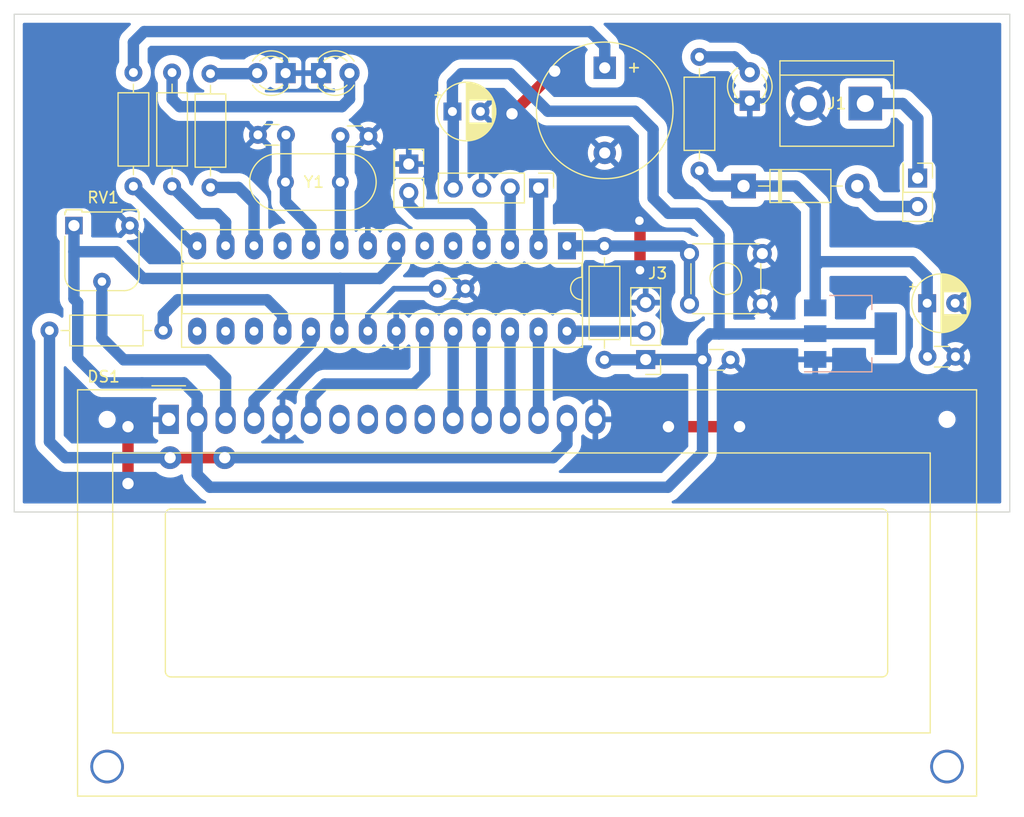
<source format=kicad_pcb>
(kicad_pcb (version 20240108) (generator "pcbnew") (generator_version "8.0")
  (title_block (title "Automatic alcohol using MQ-3") (company "DIT"))
  (layers (0 "F.Cu" signal) (31 "B.Cu" signal) (34 "B.Paste" user) (35 "F.Paste" user) (36 "B.SilkS" user "B.Silkscreen") (37 "F.SilkS" user "F.Silkscreen") (38 "B.Mask" user) (39 "F.Mask" user) (44 "Edge.Cuts" user))
  (net 0 "")
  (net 1 "Net-(BZ1-Pad1)")
  (net 2 "GND")
  (net 3 "Net-(C1-Pad1)")
  (net 4 "Net-(C2-Pad1)")
  (net 5 "Net-(C4-Pad1)")
  (net 6 "Net-(C5-Pad1)")
  (net 7 "+5V")
  (net 8 "Net-(D1-Pad2)")
  (net 9 "Net-(D2-Pad2)")
  (net 10 "Net-(D3-Pad2)")
  (net 11 "Net-(D4-Pad2)")
  (net 12 "Net-(DS1-Pad3)")
  (net 13 "/set{slash}reset")
  (net 14 "/enable")
  (net 19 "/data4")
  (net 20 "/data5")
  (net 21 "/data6")
  (net 22 "/data7")
  (net 23 "Net-(DS1-Pad15)")
  (net 24 "Net-(J1-Pad1)")
  (net 25 "Net-(J2-Pad1)")
  (net 26 "Net-(J2-Pad2)")
  (net 27 "/sensor_pin")
  (net 28 "Net-(R2-Pad1)")
  (net 29 "Net-(R3-Pad1)")
  (net 30 "Net-(R4-Pad1)")
  (net 31 "Net-(R5-Pad1)")
  (net 32 "/backlight")
  (net 33 "Net-(SW2-Pad2)")
  (footprint "LED_THT:LED_D3.0mm_Clear" (layer "F.Cu") (at 134.0816 59.8678)
    (property "Reference" "D4" (hide yes))
    (property "Value" "Red")
    (pad "1" thru_hole rect (at 0 0) (size 1.8 1.8) (drill 0.9) (layers "*.Cu" "*.Mask") (net 2 "GND"))
    (pad "2" thru_hole circle (at 2.54 0) (size 1.8 1.8) (drill 0.9) (layers "*.Cu" "*.Mask") (net 11 "Net-(D4-Pad2)"))
  )
  (footprint "Connector_PinHeader_2.54mm:PinHeader_1x03_P2.54mm_Vertical" (layer "F.Cu") (at 163.068 85.4456 180)
    (property "Reference" "J3" (at -1.0668 7.6962 0) (layer "F.SilkS"))
    (property "Value" "sensor")
    (pad "1" thru_hole rect (at 0 0 180) (size 1.7 1.7) (drill 1) (layers "*.Cu" "*.Mask") (net 7 "+5V"))
    (pad "2" thru_hole oval (at 0 2.54 180) (size 1.7 1.7) (drill 1) (layers "*.Cu" "*.Mask") (net 27 "/sensor_pin"))
    (pad "3" thru_hole oval (at 0 5.08 180) (size 1.7 1.7) (drill 1) (layers "*.Cu" "*.Mask") (net 2 "GND"))
  )
  (footprint "Connector_PinHeader_2.54mm:PinHeader_2x01_P2.54mm_Vertical" (layer "F.Cu") (at 187.3504 69.2404 -90)
    (property "Reference" "SW1" (hide yes))
    (property "Value" "SW_SPST" (hide yes))
    (pad "1" thru_hole rect (at 0 0 270) (size 1.7 1.7) (drill 1) (layers "*.Cu" "*.Mask") (net 24 "Net-(J1-Pad1)"))
    (pad "2" thru_hole oval (at 2.54 0 270) (size 1.7 1.7) (drill 1) (layers "*.Cu" "*.Mask") (net 8 "Net-(D1-Pad2)"))
  )
  (footprint "Capacitor_THT:C_Disc_D3.0mm_W1.6mm_P2.50mm" (layer "F.Cu") (at 130.9424 65.3796 180)
    (property "Reference" "C4" (hide yes))
    (property "Value" "22pF")
    (pad "1" thru_hole circle (at 0 0 180) (size 1.6 1.6) (drill 0.8) (layers "*.Cu" "*.Mask") (net 5 "Net-(C4-Pad1)"))
    (pad "2" thru_hole circle (at 2.5 0 180) (size 1.6 1.6) (drill 0.8) (layers "*.Cu" "*.Mask") (net 2 "GND"))
  )
  (footprint "Buzzer_Beeper:Buzzer_12x9.5RM7.6" (layer "F.Cu") (at 159.4104 59.3952 -90)
    (property "Reference" "BZ1" (hide yes))
    (property "Value" "Buzzer")
    (fp_text user "+" (at -0.01 -2.54 90) (layer "F.SilkS"))
    (pad "1" thru_hole rect (at 0 0 270) (size 2 2) (drill 1) (layers "*.Cu" "*.Mask") (net 1 "Net-(BZ1-Pad1)"))
    (pad "2" thru_hole circle (at 7.6 0 270) (size 2 2) (drill 1) (layers "*.Cu" "*.Mask") (net 2 "GND"))
  )
  (footprint "Capacitor_THT:C_Disc_D3.0mm_W1.6mm_P2.50mm" (layer "F.Cu") (at 168.1426 85.471)
    (property "Reference" "C7" (hide yes))
    (property "Value" "100nF")
    (pad "1" thru_hole circle (at 0 0) (size 1.6 1.6) (drill 0.8) (layers "*.Cu" "*.Mask") (net 7 "+5V"))
    (pad "2" thru_hole circle (at 2.5 0) (size 1.6 1.6) (drill 0.8) (layers "*.Cu" "*.Mask") (net 2 "GND"))
  )
  (footprint "Resistor_THT:R_Axial_DIN0207_L6.3mm_D2.5mm_P10.16mm_Horizontal" (layer "F.Cu") (at 117.3226 69.977 90)
    (property "Reference" "R3" (hide yes))
    (property "Value" "100")
    (pad "1" thru_hole circle (at 0 0 90) (size 1.6 1.6) (drill 0.8) (layers "*.Cu" "*.Mask") (net 29 "Net-(R3-Pad1)"))
    (pad "2" thru_hole oval (at 10.16 0 90) (size 1.6 1.6) (drill 0.8) (layers "*.Cu" "*.Mask") (net 1 "Net-(BZ1-Pad1)"))
  )
  (footprint "Capacitor_THT:CP_Radial_D5.0mm_P2.50mm" (layer "F.Cu") (at 188.202688 80.4164)
    (property "Reference" "C2" (hide yes))
    (property "Value" "100uF")
    (pad "1" thru_hole rect (at 0 0) (size 1.6 1.6) (drill 0.8) (layers "*.Cu" "*.Mask") (net 4 "Net-(C2-Pad1)"))
    (pad "2" thru_hole circle (at 2.5 0) (size 1.6 1.6) (drill 0.8) (layers "*.Cu" "*.Mask") (net 2 "GND"))
  )
  (footprint "Connector_PinHeader_2.54mm:PinHeader_2x01_P2.54mm_Vertical" (layer "F.Cu") (at 141.9098 67.9908 -90)
    (property "Reference" "SW2" (hide yes))
    (property "Value" "SW_Push")
    (pad "1" thru_hole rect (at 0 0 270) (size 1.7 1.7) (drill 1) (layers "*.Cu" "*.Mask") (net 2 "GND"))
    (pad "2" thru_hole oval (at 2.54 0 270) (size 1.7 1.7) (drill 1) (layers "*.Cu" "*.Mask") (net 33 "Net-(SW2-Pad2)"))
  )
  (footprint "Resistor_THT:R_Axial_DIN0207_L6.3mm_D2.5mm_P10.16mm_Horizontal" (layer "F.Cu") (at 167.8686 68.58 90)
    (property "Reference" "R1" (hide yes))
    (property "Value" "2k")
    (pad "1" thru_hole circle (at 0 0 90) (size 1.6 1.6) (drill 0.8) (layers "*.Cu" "*.Mask") (net 4 "Net-(C2-Pad1)"))
    (pad "2" thru_hole oval (at 10.16 0 90) (size 1.6 1.6) (drill 0.8) (layers "*.Cu" "*.Mask") (net 9 "Net-(D2-Pad2)"))
  )
  (footprint "LED_THT:LED_D3.0mm_Clear" (layer "F.Cu") (at 172.3644 62.3316 90)
    (property "Reference" "D2" (hide yes))
    (property "Value" "LED_Small")
    (pad "1" thru_hole rect (at 0 0 90) (size 1.8 1.8) (drill 0.9) (layers "*.Cu" "*.Mask") (net 2 "GND"))
    (pad "2" thru_hole circle (at 2.54 0 90) (size 1.8 1.8) (drill 0.9) (layers "*.Cu" "*.Mask") (net 9 "Net-(D2-Pad2)"))
  )
  (footprint "Diode_THT:D_DO-41_SOD81_P10.16mm_Horizontal" (layer "F.Cu") (at 171.8056 69.9516)
    (property "Reference" "D1" (hide yes))
    (property "Value" "1N4001")
    (pad "1" thru_hole rect (at 0 0) (size 2.2 2.2) (drill 1.1) (layers "*.Cu" "*.Mask") (net 4 "Net-(C2-Pad1)"))
    (pad "2" thru_hole oval (at 10.16 0) (size 2.2 2.2) (drill 1.1) (layers "*.Cu" "*.Mask") (net 8 "Net-(D1-Pad2)"))
  )
  (footprint "Resistor_THT:R_Axial_DIN0207_L6.3mm_D2.5mm_P10.16mm_Horizontal" (layer "F.Cu") (at 109.8296 82.8548)
    (property "Reference" "R6" (hide yes))
    (property "Value" "220")
    (pad "1" thru_hole circle (at 0 0) (size 1.6 1.6) (drill 0.8) (layers "*.Cu" "*.Mask") (net 23 "Net-(DS1-Pad15)"))
    (pad "2" thru_hole oval (at 10.16 0) (size 1.6 1.6) (drill 0.8) (layers "*.Cu" "*.Mask") (net 32 "/backlight"))
  )
  (footprint "Capacitor_THT:C_Disc_D3.0mm_W1.6mm_P2.50mm" (layer "F.Cu") (at 144.4698 79.121)
    (property "Reference" "C1" (hide yes))
    (property "Value" "100nF")
    (pad "1" thru_hole circle (at 0 0) (size 1.6 1.6) (drill 0.8) (layers "*.Cu" "*.Mask") (net 3 "Net-(C1-Pad1)"))
    (pad "2" thru_hole circle (at 2.5 0) (size 1.6 1.6) (drill 0.8) (layers "*.Cu" "*.Mask") (net 2 "GND"))
  )
  (footprint "Capacitor_THT:C_Disc_D3.0mm_W1.6mm_P2.50mm" (layer "F.Cu") (at 135.8084 65.5066)
    (property "Reference" "C5" (hide yes))
    (property "Value" "22pF")
    (pad "1" thru_hole circle (at 0 0) (size 1.6 1.6) (drill 0.8) (layers "*.Cu" "*.Mask") (net 6 "Net-(C5-Pad1)"))
    (pad "2" thru_hole circle (at 2.5 0) (size 1.6 1.6) (drill 0.8) (layers "*.Cu" "*.Mask") (net 2 "GND"))
  )
  (footprint "Display:WC1602A" (layer "F.Cu") (at 120.4762 90.7891)
    (property "Reference" "DS1" (at -5.82 -3.81 0) (layer "F.SilkS"))
    (property "Value" "WC1602A")
    (pad "" thru_hole circle (at -5.499112 0) (size 0.001 0.001) (drill 0.000001) (layers "*.Cu" "*.Mask"))
    (pad "" thru_hole circle (at -5.4991 31.0007) (size 3 3) (drill 2.5) (layers "*.Cu" "*.Mask"))
    (pad "" thru_hole circle (at 69.49948 31.0007) (size 3 3) (drill 2.5) (layers "*.Cu" "*.Mask"))
    (pad "" thru_hole circle (at 69.500001 0) (size 0.001 0.001) (drill 0.000001) (layers "*.Cu" "*.Mask"))
    (pad "1" thru_hole rect (at 0 0) (size 1.8 2.6) (drill 1.2) (layers "*.Cu" "*.Mask") (net 2 "GND"))
    (pad "2" thru_hole oval (at 2.54 0) (size 1.8 2.6) (drill 1.2) (layers "*.Cu" "*.Mask") (net 7 "+5V"))
    (pad "3" thru_hole oval (at 5.08 0) (size 1.8 2.6) (drill 1.2) (layers "*.Cu" "*.Mask") (net 12 "Net-(DS1-Pad3)"))
    (pad "4" thru_hole oval (at 7.62 0) (size 1.8 2.6) (drill 1.2) (layers "*.Cu" "*.Mask") (net 13 "/set{slash}reset"))
    (pad "5" thru_hole oval (at 10.16 0) (size 1.8 2.6) (drill 1.2) (layers "*.Cu" "*.Mask") (net 2 "GND"))
    (pad "6" thru_hole oval (at 12.7 0) (size 1.8 2.6) (drill 1.2) (layers "*.Cu" "*.Mask") (net 14 "/enable"))
    (pad "7" thru_hole oval (at 15.24 0) (size 1.8 2.6) (drill 1.2) (layers "*.Cu" "*.Mask"))
    (pad "8" thru_hole oval (at 17.78 0) (size 1.8 2.6) (drill 1.2) (layers "*.Cu" "*.Mask"))
    (pad "9" thru_hole oval (at 20.32 0) (size 1.8 2.6) (drill 1.2) (layers "*.Cu" "*.Mask"))
    (pad "10" thru_hole oval (at 22.86 0) (size 1.8 2.6) (drill 1.2) (layers "*.Cu" "*.Mask"))
    (pad "11" thru_hole oval (at 25.4 0) (size 1.8 2.6) (drill 1.2) (layers "*.Cu" "*.Mask") (net 19 "/data4"))
    (pad "12" thru_hole oval (at 27.94 0) (size 1.8 2.6) (drill 1.2) (layers "*.Cu" "*.Mask") (net 20 "/data5"))
    (pad "13" thru_hole oval (at 30.48 0) (size 1.8 2.6) (drill 1.2) (layers "*.Cu" "*.Mask") (net 21 "/data6"))
    (pad "14" thru_hole oval (at 33.02 0) (size 1.8 2.6) (drill 1.2) (layers "*.Cu" "*.Mask") (net 22 "/data7"))
    (pad "15" thru_hole oval (at 35.56 0) (size 1.8 2.6) (drill 1.2) (layers "*.Cu" "*.Mask") (net 23 "Net-(DS1-Pad15)"))
    (pad "16" thru_hole oval (at 38.1 0) (size 1.8 2.6) (drill 1.2) (layers "*.Cu" "*.Mask") (net 2 "GND"))
  )
  (footprint "Connector_PinHeader_2.54mm:PinHeader_1x04_P2.54mm_Vertical" (layer "F.Cu") (at 153.5076 70.1294 -90)
    (property "Reference" "J2" (hide yes))
    (property "Value" "Program")
    (pad "1" thru_hole rect (at 0 0 270) (size 1.7 1.7) (drill 1) (layers "*.Cu" "*.Mask") (net 25 "Net-(J2-Pad1)"))
    (pad "2" thru_hole oval (at 0 2.54 270) (size 1.7 1.7) (drill 1) (layers "*.Cu" "*.Mask") (net 26 "Net-(J2-Pad2)"))
    (pad "3" thru_hole oval (at 0 5.08 270) (size 1.7 1.7) (drill 1) (layers "*.Cu" "*.Mask") (net 2 "GND"))
    (pad "4" thru_hole oval (at 0 7.62 270) (size 1.7 1.7) (drill 1) (layers "*.Cu" "*.Mask") (net 7 "+5V"))
  )
  (footprint "Button_Switch_THT:SW_TH_Tactile_Omron_B3F-10xx" (layer "F.Cu") (at 166.9808 75.982)
    (property "Reference" "SW3" (hide yes))
    (property "Value" "SW_Push_Dual")
    (pad "1" thru_hole circle (at 0 0) (size 1.7 1.7) (drill 1) (layers "*.Cu" "*.Mask") (net 31 "Net-(R5-Pad1)"))
    (pad "2" thru_hole circle (at 6.5 0) (size 1.7 1.7) (drill 1) (layers "*.Cu" "*.Mask") (net 2 "GND"))
    (pad "3" thru_hole circle (at 0 4.5) (size 1.7 1.7) (drill 1) (layers "*.Cu" "*.Mask") (net 31 "Net-(R5-Pad1)"))
    (pad "4" thru_hole circle (at 6.5 4.5) (size 1.7 1.7) (drill 1) (layers "*.Cu" "*.Mask") (net 2 "GND"))
  )
  (footprint "TerminalBlock:TerminalBlock_bornier-2_P5.08mm" (layer "F.Cu") (at 182.6768 62.5856 180)
    (property "Reference" "J1" (at 2.54 0 0) (layer "F.SilkS"))
    (property "Value" "Screw_Terminal_01x02")
    (pad "1" thru_hole rect (at 0 0 180) (size 3 3) (drill 1.52) (layers "*.Cu" "*.Mask") (net 24 "Net-(J1-Pad1)"))
    (pad "2" thru_hole circle (at 5.08 0 180) (size 3 3) (drill 1.52) (layers "*.Cu" "*.Mask") (net 2 "GND"))
  )
  (footprint "Capacitor_THT:C_Disc_D3.0mm_W1.6mm_P2.50mm" (layer "F.Cu") (at 188.234 85.1916)
    (property "Reference" "C3" (hide yes))
    (property "Value" "100nF")
    (pad "1" thru_hole circle (at 0 0) (size 1.6 1.6) (drill 0.8) (layers "*.Cu" "*.Mask") (net 4 "Net-(C2-Pad1)"))
    (pad "2" thru_hole circle (at 2.5 0) (size 1.6 1.6) (drill 0.8) (layers "*.Cu" "*.Mask") (net 2 "GND"))
  )
  (footprint "Package_DIP:DIP-28_W7.62mm_Socket_LongPads" (layer "F.Cu") (at 156.035 75.29 -90)
    (property "Reference" "U1" (hide yes))
    (property "Value" "ATmega328P-P")
    (pad "1" thru_hole rect (at 0 0 270) (size 2.4 1.6) (drill 0.8) (layers "*.Cu" "*.Mask") (net 31 "Net-(R5-Pad1)"))
    (pad "2" thru_hole oval (at 0 2.54 270) (size 2.4 1.6) (drill 0.8) (layers "*.Cu" "*.Mask") (net 25 "Net-(J2-Pad1)"))
    (pad "3" thru_hole oval (at 0 5.08 270) (size 2.4 1.6) (drill 0.8) (layers "*.Cu" "*.Mask") (net 26 "Net-(J2-Pad2)"))
    (pad "4" thru_hole oval (at 0 7.62 270) (size 2.4 1.6) (drill 0.8) (layers "*.Cu" "*.Mask") (net 33 "Net-(SW2-Pad2)"))
    (pad "5" thru_hole oval (at 0 10.16 270) (size 2.4 1.6) (drill 0.8) (layers "*.Cu" "*.Mask"))
    (pad "6" thru_hole oval (at 0 12.7 270) (size 2.4 1.6) (drill 0.8) (layers "*.Cu" "*.Mask"))
    (pad "7" thru_hole oval (at 0 15.24 270) (size 2.4 1.6) (drill 0.8) (layers "*.Cu" "*.Mask") (net 7 "+5V"))
    (pad "8" thru_hole oval (at 0 17.78 270) (size 2.4 1.6) (drill 0.8) (layers "*.Cu" "*.Mask") (net 2 "GND"))
    (pad "9" thru_hole oval (at 0 20.32 270) (size 2.4 1.6) (drill 0.8) (layers "*.Cu" "*.Mask") (net 6 "Net-(C5-Pad1)"))
    (pad "10" thru_hole oval (at 0 22.86 270) (size 2.4 1.6) (drill 0.8) (layers "*.Cu" "*.Mask") (net 5 "Net-(C4-Pad1)"))
    (pad "11" thru_hole oval (at 0 25.4 270) (size 2.4 1.6) (drill 0.8) (layers "*.Cu" "*.Mask"))
    (pad "12" thru_hole oval (at 0 27.94 270) (size 2.4 1.6) (drill 0.8) (layers "*.Cu" "*.Mask") (net 30 "Net-(R4-Pad1)"))
    (pad "13" thru_hole oval (at 0 30.48 270) (size 2.4 1.6) (drill 0.8) (layers "*.Cu" "*.Mask") (net 28 "Net-(R2-Pad1)"))
    (pad "14" thru_hole oval (at 0 33.02 270) (size 2.4 1.6) (drill 0.8) (layers "*.Cu" "*.Mask") (net 29 "Net-(R3-Pad1)"))
    (pad "15" thru_hole oval (at 7.62 33.02 270) (size 2.4 1.6) (drill 0.8) (layers "*.Cu" "*.Mask"))
    (pad "16" thru_hole oval (at 7.62 30.48 270) (size 2.4 1.6) (drill 0.8) (layers "*.Cu" "*.Mask"))
    (pad "17" thru_hole oval (at 7.62 27.94 270) (size 2.4 1.6) (drill 0.8) (layers "*.Cu" "*.Mask"))
    (pad "18" thru_hole oval (at 7.62 25.4 270) (size 2.4 1.6) (drill 0.8) (layers "*.Cu" "*.Mask") (net 32 "/backlight"))
    (pad "19" thru_hole oval (at 7.62 22.86 270) (size 2.4 1.6) (drill 0.8) (layers "*.Cu" "*.Mask") (net 13 "/set{slash}reset"))
    (pad "20" thru_hole oval (at 7.62 20.32 270) (size 2.4 1.6) (drill 0.8) (layers "*.Cu" "*.Mask") (net 7 "+5V"))
    (pad "21" thru_hole oval (at 7.62 17.78 270) (size 2.4 1.6) (drill 0.8) (layers "*.Cu" "*.Mask") (net 3 "Net-(C1-Pad1)"))
    (pad "22" thru_hole oval (at 7.62 15.24 270) (size 2.4 1.6) (drill 0.8) (layers "*.Cu" "*.Mask") (net 2 "GND"))
    (pad "23" thru_hole oval (at 7.62 12.7 270) (size 2.4 1.6) (drill 0.8) (layers "*.Cu" "*.Mask") (net 14 "/enable"))
    (pad "24" thru_hole oval (at 7.62 10.16 270) (size 2.4 1.6) (drill 0.8) (layers "*.Cu" "*.Mask") (net 19 "/data4"))
    (pad "25" thru_hole oval (at 7.62 7.62 270) (size 2.4 1.6) (drill 0.8) (layers "*.Cu" "*.Mask") (net 20 "/data5"))
    (pad "26" thru_hole oval (at 7.62 5.08 270) (size 2.4 1.6) (drill 0.8) (layers "*.Cu" "*.Mask") (net 21 "/data6"))
    (pad "27" thru_hole oval (at 7.62 2.54 270) (size 2.4 1.6) (drill 0.8) (layers "*.Cu" "*.Mask") (net 22 "/data7"))
    (pad "28" thru_hole oval (at 7.62 0 270) (size 2.4 1.6) (drill 0.8) (layers "*.Cu" "*.Mask") (net 27 "/sensor_pin"))
  )
  (footprint "Resistor_THT:R_Axial_DIN0207_L6.3mm_D2.5mm_P10.16mm_Horizontal" (layer "F.Cu") (at 159.385 75.311 -90)
    (property "Reference" "R5" (hide yes))
    (property "Value" "10k")
    (pad "1" thru_hole circle (at 0 0 270) (size 1.6 1.6) (drill 0.8) (layers "*.Cu" "*.Mask") (net 31 "Net-(R5-Pad1)"))
    (pad "2" thru_hole oval (at 10.16 0 270) (size 1.6 1.6) (drill 0.8) (layers "*.Cu" "*.Mask") (net 7 "+5V"))
  )
  (footprint "Resistor_THT:R_Axial_DIN0207_L6.3mm_D2.5mm_P10.16mm_Horizontal" (layer "F.Cu") (at 124.206 70.0786 90)
    (property "Reference" "R4" (hide yes))
    (property "Value" "220")
    (pad "1" thru_hole circle (at 0 0 90) (size 1.6 1.6) (drill 0.8) (layers "*.Cu" "*.Mask") (net 30 "Net-(R4-Pad1)"))
    (pad "2" thru_hole oval (at 10.16 0 90) (size 1.6 1.6) (drill 0.8) (layers "*.Cu" "*.Mask") (net 10 "Net-(D3-Pad2)"))
  )
  (footprint "Crystal:Crystal_HC18-U_Vertical" (layer "F.Cu") (at 130.9 69.596)
    (property "Reference" "Y1" (at 2.54 0 0) (layer "F.SilkS"))
    (property "Value" "Crystal")
    (pad "1" thru_hole circle (at 0 0) (size 1.5 1.5) (drill 0.8) (layers "*.Cu" "*.Mask") (net 5 "Net-(C4-Pad1)"))
    (pad "2" thru_hole circle (at 4.9 0) (size 1.5 1.5) (drill 0.8) (layers "*.Cu" "*.Mask") (net 6 "Net-(C5-Pad1)"))
  )
  (footprint "Resistor_THT:R_Axial_DIN0207_L6.3mm_D2.5mm_P10.16mm_Horizontal" (layer "F.Cu") (at 120.777 69.977 90)
    (property "Reference" "R2" (hide yes))
    (property "Value" "220")
    (pad "1" thru_hole circle (at 0 0 90) (size 1.6 1.6) (drill 0.8) (layers "*.Cu" "*.Mask") (net 28 "Net-(R2-Pad1)"))
    (pad "2" thru_hole oval (at 10.16 0 90) (size 1.6 1.6) (drill 0.8) (layers "*.Cu" "*.Mask") (net 11 "Net-(D4-Pad2)"))
  )
  (footprint "Potentiometer_THT:Potentiometer_Runtron_RM-065_Vertical" (layer "F.Cu") (at 112.014 73.4822)
    (property "Reference" "RV1" (at 2.6 -2.5 0) (layer "F.SilkS"))
    (property "Value" "Contrast")
    (pad "1" thru_hole rect (at 0 0) (size 1.56 1.56) (drill 1) (layers "*.Cu" "*.Mask") (net 7 "+5V"))
    (pad "2" thru_hole circle (at 2.5 4.999989) (size 1.56 1.56) (drill 0.762) (layers "*.Cu" "*.Mask") (net 12 "Net-(DS1-Pad3)"))
    (pad "3" thru_hole circle (at 4.999995 -0.000001) (size 1.56 1.56) (drill 0.762) (layers "*.Cu" "*.Mask") (net 2 "GND"))
  )
  (footprint "Capacitor_THT:CP_Radial_D5.0mm_P2.50mm" (layer "F.Cu") (at 145.810088 63.2968)
    (property "Reference" "C6" (hide yes))
    (property "Value" "10uF")
    (pad "1" thru_hole rect (at 0 0) (size 1.6 1.6) (drill 0.8) (layers "*.Cu" "*.Mask") (net 7 "+5V"))
    (pad "2" thru_hole circle (at 2.5 0) (size 1.6 1.6) (drill 0.8) (layers "*.Cu" "*.Mask") (net 2 "GND"))
  )
  (footprint "LED_THT:LED_D3.0mm_Clear" (layer "F.Cu") (at 130.9116 59.8678 180)
    (property "Reference" "D3" (hide yes))
    (property "Value" "Green")
    (pad "1" thru_hole rect (at 0 0 180) (size 1.8 1.8) (drill 0.9) (layers "*.Cu" "*.Mask") (net 2 "GND"))
    (pad "2" thru_hole circle (at 2.54 0 180) (size 1.8 1.8) (drill 0.9) (layers "*.Cu" "*.Mask") (net 10 "Net-(D3-Pad2)"))
  )
  (footprint "Package_TO_SOT_SMD:SOT-223-3_TabPin2" (layer "B.Cu") (at 181.356 83.1342)
    (property "Reference" "U2" (hide yes))
    (property "Value" "AMS1117-5.0")
    (pad "1" smd rect (at -3.15 2.3) (size 2 1.5) (layers "B.Cu" "B.Paste" "B.Mask") (net 2 "GND"))
    (pad "2" smd rect (at -3.15 0) (size 2 1.5) (layers "B.Cu" "B.Paste" "B.Mask") (net 7 "+5V"))
    (pad "2" smd rect (at 3.15 0) (size 2 3.8) (layers "B.Cu" "B.Paste" "B.Mask") (net 7 "+5V"))
    (pad "3" smd rect (at -3.15 -2.3) (size 2 1.5) (layers "B.Cu" "B.Paste" "B.Mask") (net 4 "Net-(C2-Pad1)"))
  )
  (gr_line (start 195.58 54.61) (end 106.68 54.61) (stroke (width 0.1)) (layer "Edge.Cuts"))
  (gr_line (start 195.58 99.06) (end 195.58 54.61) (stroke (width 0.1)) (layer "Edge.Cuts"))
  (gr_line (start 106.68 99.06) (end 195.58 99.06) (stroke (width 0.1)) (layer "Edge.Cuts"))
  (gr_line (start 106.68 54.61) (end 106.68 99.06) (stroke (width 0.1)) (layer "Edge.Cuts"))
  (segment (start 158.115 56.1594) (end 159.4104 57.4548) (width 1.016) (layer "B.Cu") (net 1))
  (segment (start 117.3226 59.817) (end 117.3226 57.1246) (width 1.016) (layer "B.Cu") (net 1))
  (segment (start 118.2878 56.1594) (end 158.115 56.1594) (width 1.016) (layer "B.Cu") (net 1))
  (segment (start 117.3226 57.1246) (end 118.2878 56.1594) (width 1.016) (layer "B.Cu") (net 1))
  (segment (start 159.4104 57.4548) (end 159.4104 59.3952) (width 1.016) (layer "B.Cu") (net 1))
  (segment (start 165.1 91.44) (end 171.45 91.44) (width 1.016) (layer "F.Cu") (net 2))
  (segment (start 162.56 73.1012) (end 162.5092 73.0504) (width 1.016) (layer "F.Cu") (net 2))
  (segment (start 162.56 77.47) (end 162.56 73.1012) (width 1.016) (layer "F.Cu") (net 2))
  (segment (start 151.13 63.5) (end 154.94 59.69) (width 1.016) (layer "F.Cu") (net 2))
  (segment (start 116.84 96.52) (end 116.84 91.44) (width 1.016) (layer "F.Cu") (net 2))
  (via (at 165.1 91.44) (size 2.032) (drill 1.016) (layers "F.Cu" "B.Cu") (net 2))
  (via (at 154.94 59.69) (size 2.032) (drill 1.016) (layers "F.Cu" "B.Cu") (net 2))
  (via (at 162.5092 73.0504) (size 1.524) (drill 0.762) (layers "F.Cu" "B.Cu") (net 2))
  (via (at 171.45 91.44) (size 2.032) (drill 1.016) (layers "F.Cu" "B.Cu") (net 2))
  (via (at 151.13 63.5) (size 2.032) (drill 1.016) (layers "F.Cu" "B.Cu") (net 2))
  (via (at 116.84 91.44) (size 2.032) (drill 1.016) (layers "F.Cu" "B.Cu") (net 2))
  (via (at 116.84 96.52) (size 2.032) (drill 1.016) (layers "F.Cu" "B.Cu") (net 2))
  (via (at 162.56 77.47) (size 1.524) (drill 0.762) (layers "F.Cu" "B.Cu") (net 2))
  (segment (start 144.4698 79.121) (end 140.589 79.121) (width 0.508) (layer "B.Cu") (net 3))
  (segment (start 138.255 81.455) (end 138.255 82.91) (width 0.508) (layer "B.Cu") (net 3))
  (segment (start 140.589 79.121) (end 138.255 81.455) (width 0.508) (layer "B.Cu") (net 3))
  (segment (start 167.8686 68.8086) (end 169.0116 69.9516) (width 1.016) (layer "B.Cu") (net 4))
  (segment (start 167.8686 68.58) (end 167.8686 68.8086) (width 1.016) (layer "B.Cu") (net 4))
  (segment (start 178.206 77.1402) (end 178.206 80.8342) (width 1.016) (layer "B.Cu") (net 4))
  (segment (start 176.4538 69.9516) (end 178.206 71.7038) (width 1.016) (layer "B.Cu") (net 4))
  (segment (start 188.202688 78.068288) (end 186.8424 76.708) (width 1.016) (layer "B.Cu") (net 4))
  (segment (start 188.202688 80.4164) (end 188.202688 85.160288) (width 1.016) (layer "B.Cu") (net 4))
  (segment (start 178.206 71.7038) (end 178.206 77.1402) (width 1.016) (layer "B.Cu") (net 4))
  (segment (start 171.8056 69.9516) (end 176.4538 69.9516) (width 1.016) (layer "B.Cu") (net 4))
  (segment (start 188.202688 85.160288) (end 188.234 85.1916) (width 1.016) (layer "B.Cu") (net 4))
  (segment (start 188.202688 80.4164) (end 188.202688 78.068288) (width 1.016) (layer "B.Cu") (net 4))
  (segment (start 178.6382 76.708) (end 178.206 77.1402) (width 1.016) (layer "B.Cu") (net 4))
  (segment (start 186.8424 76.708) (end 178.6382 76.708) (width 1.016) (layer "B.Cu") (net 4))
  (segment (start 169.0116 69.9516) (end 171.8056 69.9516) (width 1.016) (layer "B.Cu") (net 4))
  (segment (start 133.175 75.29) (end 133.175 73.6374) (width 1.016) (layer "B.Cu") (net 5))
  (segment (start 130.9424 65.3796) (end 130.9424 69.5536) (width 1.016) (layer "B.Cu") (net 5))
  (segment (start 130.9 71.3624) (end 130.9 69.596) (width 1.016) (layer "B.Cu") (net 5))
  (segment (start 133.175 73.6374) (end 130.9 71.3624) (width 1.016) (layer "B.Cu") (net 5))
  (segment (start 130.9424 69.5536) (end 130.9 69.596) (width 1.016) (layer "B.Cu") (net 5))
  (segment (start 135.8084 69.5876) (end 135.8 69.596) (width 1.016) (layer "B.Cu") (net 6))
  (segment (start 135.8 69.596) (end 135.8 75.205) (width 1.016) (layer "B.Cu") (net 6))
  (segment (start 135.8 75.205) (end 135.715 75.29) (width 1.016) (layer "B.Cu") (net 6))
  (segment (start 135.8084 65.5066) (end 135.8084 69.5876) (width 1.016) (layer "B.Cu") (net 6))
  (segment (start 115.7986 75.819) (end 118.1862 78.2066) (width 1.016) (layer "B.Cu") (net 7))
  (segment (start 163.0426 85.471) (end 163.068 85.4456) (width 1.016) (layer "B.Cu") (net 7))
  (segment (start 169.6212 83.1596) (end 178.1806 83.1596) (width 1.016) (layer "B.Cu") (net 7))
  (segment (start 163.068 85.4456) (end 168.1172 85.4456) (width 1.016) (layer "B.Cu") (net 7))
  (segment (start 168.8084 83.1596) (end 168.1226 83.8454) (width 1.016) (layer "B.Cu") (net 7))
  (segment (start 124.1552 96.8502) (end 123.0162 95.7112) (width 1.016) (layer "B.Cu") (net 7))
  (segment (start 114.554 87.5284) (end 112.7252 85.6996) (width 1.016) (layer "B.Cu") (net 7))
  (segment (start 121.8184 87.5284) (end 118.0846 87.5284) (width 1.016) (layer "B.Cu") (net 7))
  (segment (start 140.795 75.29) (end 140.795 76.7306) (width 1.016) (layer "B.Cu") (net 7))
  (segment (start 112.014 80.01) (end 112.3442 80.3402) (width 1.016) (layer "B.Cu") (net 7))
  (segment (start 123.0162 90.7891) (end 123.0162 88.7262) (width 1.016) (layer "B.Cu") (net 7))
  (segment (start 165.0492 96.8502) (end 124.1552 96.8502) (width 1.016) (layer "B.Cu") (net 7))
  (segment (start 168.1172 85.4456) (end 168.1426 85.471) (width 1.016) (layer "B.Cu") (net 7))
  (segment (start 150.9776 59.9186) (end 146.6088 59.9186) (width 1.016) (layer "B.Cu") (net 7))
  (segment (start 123.0162 88.7262) (end 122.174 87.884) (width 1.016) (layer "B.Cu") (net 7))
  (segment (start 165.1 72.39) (end 163.7284 71.0184) (width 1.016) (layer "B.Cu") (net 7))
  (segment (start 112.014 75.819) (end 115.7986 75.819) (width 1.016) (layer "B.Cu") (net 7))
  (segment (start 178.206 83.1342) (end 184.506 83.1342) (width 1.016) (layer "B.Cu") (net 7))
  (segment (start 135.715 78.28) (end 135.7884 78.2066) (width 1.016) (layer "B.Cu") (net 7))
  (segment (start 168.8084 83.1596) (end 169.6212 83.1596) (width 1.016) (layer "B.Cu") (net 7))
  (segment (start 168.1226 85.451) (end 168.1426 85.471) (width 1.016) (layer "B.Cu") (net 7))
  (segment (start 168.1226 83.8454) (end 168.1226 85.451) (width 1.016) (layer "B.Cu") (net 7))
  (segment (start 169.6212 83.1596) (end 169.6212 74.3712) (width 1.016) (layer "B.Cu") (net 7))
  (segment (start 154.3304 63.2714) (end 150.9776 59.9186) (width 1.016) (layer "B.Cu") (net 7))
  (segment (start 163.7284 64.897) (end 162.1028 63.2714) (width 1.016) (layer "B.Cu") (net 7))
  (segment (start 112.014 75.819) (end 112.014 80.01) (width 1.016) (layer "B.Cu") (net 7))
  (segment (start 112.3442 85.3186) (end 112.3442 81.6356) (width 1.016) (layer "B.Cu") (net 7))
  (segment (start 167.64 72.39) (end 165.1 72.39) (width 1.016) (layer "B.Cu") (net 7))
  (segment (start 162.1028 63.2714) (end 154.3304 63.2714) (width 1.016) (layer "B.Cu") (net 7))
  (segment (start 168.1426 93.7568) (end 165.0492 96.8502) (width 1.016) (layer "B.Cu") (net 7))
  (segment (start 159.385 85.471) (end 163.0426 85.471) (width 1.016) (layer "B.Cu") (net 7))
  (segment (start 122.174 87.884) (end 121.8184 87.5284) (width 1.016) (layer "B.Cu") (net 7))
  (segment (start 112.014 73.4822) (end 112.014 75.819) (width 1.016) (layer "B.Cu") (net 7))
  (segment (start 123.0162 95.7112) (end 123.0162 90.7891) (width 1.016) (layer "B.Cu") (net 7))
  (segment (start 112.7252 85.6996) (end 112.3442 85.3186) (width 1.016) (layer "B.Cu") (net 7))
  (segment (start 169.6212 74.3712) (end 167.64 72.39) (width 1.016) (layer "B.Cu") (net 7))
  (segment (start 145.810088 60.717312) (end 145.810088 63.2968) (width 1.016) (layer "B.Cu") (net 7))
  (segment (start 135.715 82.91) (end 135.715 78.28) (width 1.016) (layer "B.Cu") (net 7))
  (segment (start 145.8876 63.374312) (end 145.810088 63.2968) (width 1.016) (layer "B.Cu") (net 7))
  (segment (start 145.8876 70.1294) (end 145.8876 63.374312) (width 1.016) (layer "B.Cu") (net 7))
  (segment (start 146.6088 59.9186) (end 145.810088 60.717312) (width 1.016) (layer "B.Cu") (net 7))
  (segment (start 112.3442 81.6356) (end 112.3442 80.3402) (width 1.016) (layer "B.Cu") (net 7))
  (segment (start 178.1806 83.1596) (end 178.206 83.1342) (width 1.016) (layer "B.Cu") (net 7))
  (segment (start 140.795 76.7306) (end 139.319 78.2066) (width 1.016) (layer "B.Cu") (net 7))
  (segment (start 168.1426 85.471) (end 168.1426 93.7568) (width 1.016) (layer "B.Cu") (net 7))
  (segment (start 118.1862 78.2066) (end 135.7884 78.2066) (width 1.016) (layer "B.Cu") (net 7))
  (segment (start 163.7284 71.0184) (end 163.7284 64.897) (width 1.016) (layer "B.Cu") (net 7))
  (segment (start 139.319 78.2066) (end 135.7884 78.2066) (width 1.016) (layer "B.Cu") (net 7))
  (segment (start 118.0846 87.5284) (end 114.554 87.5284) (width 1.016) (layer "B.Cu") (net 7))
  (segment (start 187.3504 71.7804) (end 183.7944 71.7804) (width 1.016) (layer "B.Cu") (net 8))
  (segment (start 183.7944 71.7804) (end 181.9656 69.9516) (width 1.016) (layer "B.Cu") (net 8))
  (segment (start 167.8686 58.42) (end 170.9928 58.42) (width 1.016) (layer "B.Cu") (net 9))
  (segment (start 172.339 59.817) (end 172.3644 59.7916) (width 1.016) (layer "B.Cu") (net 9))
  (segment (start 170.9928 58.42) (end 172.3644 59.7916) (width 1.016) (layer "B.Cu") (net 9))
  (segment (start 124.206 59.9186) (end 128.3208 59.9186) (width 1.016) (layer "B.Cu") (net 10))
  (segment (start 128.3208 59.9186) (end 128.3716 59.8678) (width 1.016) (layer "B.Cu") (net 10))
  (segment (start 136.6216 62.1842) (end 135.9408 62.865) (width 1.016) (layer "B.Cu") (net 11))
  (segment (start 135.9408 62.865) (end 121.4628 62.865) (width 1.016) (layer "B.Cu") (net 11))
  (segment (start 136.6216 59.8678) (end 136.6216 62.1842) (width 1.016) (layer "B.Cu") (net 11))
  (segment (start 120.777 62.1792) (end 120.777 59.817) (width 1.016) (layer "B.Cu") (net 11))
  (segment (start 121.4628 62.865) (end 120.777 62.1792) (width 1.016) (layer "B.Cu") (net 11))
  (segment (start 114.5032 83.5152) (end 114.5032 78.492989) (width 1.016) (layer "B.Cu") (net 12))
  (segment (start 114.5032 78.492989) (end 114.514 78.482189) (width 1.016) (layer "B.Cu") (net 12))
  (segment (start 125.5562 90.7891) (end 125.5562 87.0752) (width 1.016) (layer "B.Cu") (net 12))
  (segment (start 125.5562 87.0752) (end 123.952 85.471) (width 1.016) (layer "B.Cu") (net 12))
  (segment (start 123.952 85.471) (end 116.459 85.471) (width 1.016) (layer "B.Cu") (net 12))
  (segment (start 116.459 85.471) (end 114.5032 83.5152) (width 1.016) (layer "B.Cu") (net 12))
  (segment (start 128.0922 90.7851) (end 128.0922 89.0778) (width 1.016) (layer "B.Cu") (net 13))
  (segment (start 128.0962 90.7891) (end 128.0922 90.7851) (width 1.016) (layer "B.Cu") (net 13))
  (segment (start 133.175 83.995) (end 133.175 82.91) (width 1.016) (layer "B.Cu") (net 13))
  (segment (start 128.0922 89.0778) (end 133.175 83.995) (width 1.016) (layer "B.Cu") (net 13))
  (segment (start 133.1762 90.7891) (end 133.1762 88.8706) (width 1.016) (layer "B.Cu") (net 14))
  (segment (start 134.4168 87.63) (end 142.3797 87.63) (width 1.016) (layer "B.Cu") (net 14))
  (segment (start 133.1762 88.8706) (end 134.4168 87.63) (width 1.016) (layer "B.Cu") (net 14))
  (segment (start 142.3797 87.63) (end 143.335 86.6747) (width 1.016) (layer "B.Cu") (net 14))
  (segment (start 143.335 86.6747) (end 143.335 82.91) (width 1.016) (layer "B.Cu") (net 14))
  (segment (start 145.875 82.91) (end 145.875 90.7879) (width 1.016) (layer "B.Cu") (net 19))
  (segment (start 145.875 90.7879) (end 145.8762 90.7891) (width 1.016) (layer "B.Cu") (net 19))
  (segment (start 148.415 90.7879) (end 148.4162 90.7891) (width 1.016) (layer "B.Cu") (net 20))
  (segment (start 148.415 82.91) (end 148.415 90.7879) (width 1.016) (layer "B.Cu") (net 20))
  (segment (start 150.955 90.7879) (end 150.9562 90.7891) (width 1.016) (layer "B.Cu") (net 21))
  (segment (start 150.955 82.91) (end 150.955 90.7879) (width 1.016) (layer "B.Cu") (net 21))
  (segment (start 153.495 90.7879) (end 153.4962 90.7891) (width 1.016) (layer "B.Cu") (net 22))
  (segment (start 153.495 82.91) (end 153.495 90.7879) (width 1.016) (layer "B.Cu") (net 22))
  (segment (start 125.476 94.2086) (end 120.5992 94.2086) (width 1.016) (layer "F.Cu") (net 23))
  (via (at 125.476 94.2086) (size 2.032) (drill 1.016) (layers "F.Cu" "B.Cu") (net 23))
  (via (at 120.5992 94.2086) (size 2.032) (drill 1.016) (layers "F.Cu" "B.Cu") (net 23))
  (segment (start 154.7876 94.2086) (end 125.476 94.2086) (width 1.016) (layer "B.Cu") (net 23))
  (segment (start 156.0362 90.7891) (end 156.0362 92.96) (width 1.016) (layer "B.Cu") (net 23))
  (segment (start 111.252 94.2086) (end 109.8296 92.7862) (width 1.016) (layer "B.Cu") (net 23))
  (segment (start 156.0362 92.96) (end 154.7876 94.2086) (width 1.016) (layer "B.Cu") (net 23))
  (segment (start 109.8296 92.7862) (end 109.8296 82.8548) (width 1.016) (layer "B.Cu") (net 23))
  (segment (start 120.5992 94.2086) (end 111.252 94.2086) (width 1.016) (layer "B.Cu") (net 23))
  (segment (start 182.6768 62.5856) (end 186.0296 62.5856) (width 1.016) (layer "B.Cu") (net 24))
  (segment (start 187.3758 63.9318) (end 187.3758 69.215) (width 1.016) (layer "B.Cu") (net 24))
  (segment (start 186.0296 62.5856) (end 187.3758 63.9318) (width 1.016) (layer "B.Cu") (net 24))
  (segment (start 187.3758 69.215) (end 187.3504 69.2404) (width 1.016) (layer "B.Cu") (net 24))
  (segment (start 153.5076 75.2774) (end 153.495 75.29) (width 1.016) (layer "B.Cu") (net 25))
  (segment (start 153.5076 70.1294) (end 153.5076 75.2774) (width 1.016) (layer "B.Cu") (net 25))
  (segment (start 150.9676 70.1294) (end 150.9676 75.2774) (width 1.016) (layer "B.Cu") (net 26))
  (segment (start 150.9676 75.2774) (end 150.955 75.29) (width 1.016) (layer "B.Cu") (net 26))
  (segment (start 163.0636 82.91) (end 163.068 82.9056) (width 1.016) (layer "B.Cu") (net 27))
  (segment (start 156.035 82.91) (end 163.0636 82.91) (width 1.016) (layer "B.Cu") (net 27))
  (segment (start 125.555 73.1802) (end 124.7902 72.4154) (width 1.016) (layer "B.Cu") (net 28))
  (segment (start 125.555 75.29) (end 125.555 73.1802) (width 1.016) (layer "B.Cu") (net 28))
  (segment (start 123.19 72.4154) (end 120.777 70.0024) (width 1.016) (layer "B.Cu") (net 28))
  (segment (start 120.777 70.0024) (end 120.777 69.977) (width 1.016) (layer "B.Cu") (net 28))
  (segment (start 124.7902 72.4154) (end 123.19 72.4154) (width 1.016) (layer "B.Cu") (net 28))
  (segment (start 122.661 75.29) (end 117.348 69.977) (width 1.016) (layer "B.Cu") (net 29))
  (segment (start 117.348 69.977) (end 117.3226 69.977) (width 1.016) (layer "B.Cu") (net 29))
  (segment (start 123.015 75.29) (end 122.661 75.29) (width 1.016) (layer "B.Cu") (net 29))
  (segment (start 126.6952 70.0786) (end 124.206 70.0786) (width 1.016) (layer "B.Cu") (net 30))
  (segment (start 128.095 75.29) (end 128.095 71.4784) (width 1.016) (layer "B.Cu") (net 30))
  (segment (start 128.095 71.4784) (end 126.6952 70.0786) (width 1.016) (layer "B.Cu") (net 30))
  (segment (start 166.9808 75.982) (end 166.9808 80.482) (width 1.016) (layer "B.Cu") (net 31))
  (segment (start 166.3098 75.311) (end 166.9808 75.982) (width 1.016) (layer "B.Cu") (net 31))
  (segment (start 156.035 75.29) (end 159.364 75.29) (width 1.016) (layer "B.Cu") (net 31))
  (segment (start 159.364 75.29) (end 159.385 75.311) (width 1.016) (layer "B.Cu") (net 31))
  (segment (start 159.385 75.311) (end 166.3098 75.311) (width 1.016) (layer "B.Cu") (net 31))
  (segment (start 130.635 82.91) (end 130.635 81.486) (width 1.016) (layer "B.Cu") (net 32))
  (segment (start 129.2606 80.1116) (end 121.285 80.1116) (width 1.016) (layer "B.Cu") (net 32))
  (segment (start 130.635 81.486) (end 129.2606 80.1116) (width 1.016) (layer "B.Cu") (net 32))
  (segment (start 119.9896 81.407) (end 121.285 80.1116) (width 1.016) (layer "B.Cu") (net 32))
  (segment (start 119.9896 82.8548) (end 119.9896 81.407) (width 1.016) (layer "B.Cu") (net 32))
  (segment (start 141.9098 70.5308) (end 141.9098 71.628) (width 1.016) (layer "B.Cu") (net 33))
  (segment (start 141.9098 71.628) (end 142.6972 72.4154) (width 1.016) (layer "B.Cu") (net 33))
  (segment (start 142.6972 72.4154) (end 147.4978 72.4154) (width 1.016) (layer "B.Cu") (net 33))
  (segment (start 147.4978 72.4154) (end 148.415 73.3326) (width 1.016) (layer "B.Cu") (net 33))
  (segment (start 148.415 73.3326) (end 148.415 75.29) (width 1.016) (layer "B.Cu") (net 33))
  (zone (net 2) (net_name "GND") (layer "B.Cu") (connect_pads (clearance 0.762)) (min_thickness 0.254) (fill yes (thermal_gap 0.508) (thermal_bridge_width 0.508))
    (polygon (pts (xy 196.85 100.33) (xy 105.41 100.33) (xy 105.41 53.34) (xy 196.85 53.34)))
  )
)
</source>
